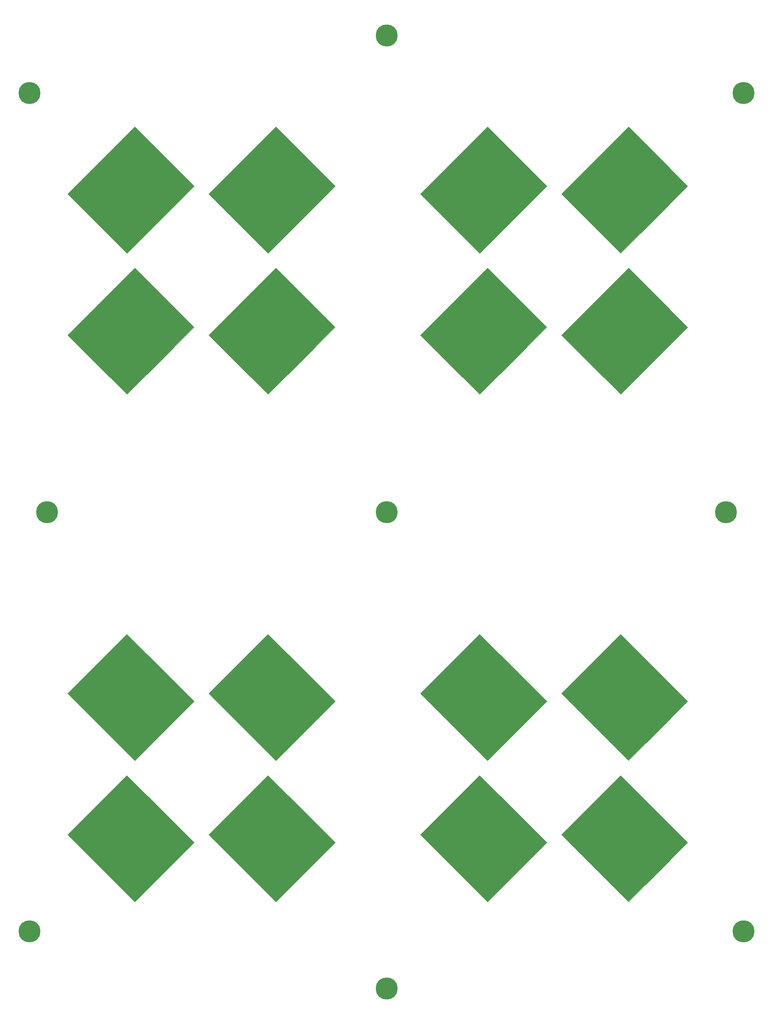
<source format=gbr>
%TF.GenerationSoftware,KiCad,Pcbnew,5.99.0-unknown-283d176cdc~117~ubuntu20.04.1*%
%TF.CreationDate,2021-02-27T14:38:48-06:00*%
%TF.ProjectId,Patches,50617463-6865-4732-9e6b-696361645f70,rev?*%
%TF.SameCoordinates,Original*%
%TF.FileFunction,Copper,L1,Top*%
%TF.FilePolarity,Positive*%
%FSLAX46Y46*%
G04 Gerber Fmt 4.6, Leading zero omitted, Abs format (unit mm)*
G04 Created by KiCad (PCBNEW 5.99.0-unknown-283d176cdc~117~ubuntu20.04.1) date 2021-02-27 14:38:48*
%MOMM*%
%LPD*%
G01*
G04 APERTURE LIST*
%TA.AperFunction,EtchedComponent*%
%ADD10C,0.000100*%
%TD*%
%TA.AperFunction,ComponentPad*%
%ADD11C,2.900000*%
%TD*%
%TA.AperFunction,ConnectorPad*%
%ADD12C,5.000000*%
%TD*%
G04 APERTURE END LIST*
D10*
%TO.C,REF\u002A\u002A*%
X129318912Y-187883883D02*
X115883883Y-201318912D01*
X115883883Y-201318912D02*
X100681088Y-186116117D01*
X100681088Y-186116117D02*
X114116117Y-172681088D01*
X114116117Y-172681088D02*
X129318912Y-187883883D01*
G36*
X129318912Y-187883883D02*
G01*
X115883883Y-201318912D01*
X100681088Y-186116117D01*
X114116117Y-172681088D01*
X129318912Y-187883883D01*
G37*
X129318912Y-155883883D02*
X115883883Y-169318912D01*
X115883883Y-169318912D02*
X100681088Y-154116117D01*
X100681088Y-154116117D02*
X114116117Y-140681088D01*
X114116117Y-140681088D02*
X129318912Y-155883883D01*
G36*
X129318912Y-155883883D02*
G01*
X115883883Y-169318912D01*
X100681088Y-154116117D01*
X114116117Y-140681088D01*
X129318912Y-155883883D01*
G37*
X66116117Y-86318912D02*
X52681088Y-72883883D01*
X52681088Y-72883883D02*
X67883883Y-57681088D01*
X67883883Y-57681088D02*
X81318912Y-71116117D01*
X81318912Y-71116117D02*
X66116117Y-86318912D01*
G36*
X66116117Y-86318912D02*
G01*
X52681088Y-72883883D01*
X67883883Y-57681088D01*
X81318912Y-71116117D01*
X66116117Y-86318912D01*
G37*
X34116117Y-86318912D02*
X20681088Y-72883883D01*
X20681088Y-72883883D02*
X35883883Y-57681088D01*
X35883883Y-57681088D02*
X49318912Y-71116117D01*
X49318912Y-71116117D02*
X34116117Y-86318912D01*
G36*
X34116117Y-86318912D02*
G01*
X20681088Y-72883883D01*
X35883883Y-57681088D01*
X49318912Y-71116117D01*
X34116117Y-86318912D01*
G37*
X34116117Y-54318912D02*
X20681088Y-40883883D01*
X20681088Y-40883883D02*
X35883883Y-25681088D01*
X35883883Y-25681088D02*
X49318912Y-39116117D01*
X49318912Y-39116117D02*
X34116117Y-54318912D01*
G36*
X34116117Y-54318912D02*
G01*
X20681088Y-40883883D01*
X35883883Y-25681088D01*
X49318912Y-39116117D01*
X34116117Y-54318912D01*
G37*
X146116117Y-86318912D02*
X132681088Y-72883883D01*
X132681088Y-72883883D02*
X147883883Y-57681088D01*
X147883883Y-57681088D02*
X161318912Y-71116117D01*
X161318912Y-71116117D02*
X146116117Y-86318912D01*
G36*
X146116117Y-86318912D02*
G01*
X132681088Y-72883883D01*
X147883883Y-57681088D01*
X161318912Y-71116117D01*
X146116117Y-86318912D01*
G37*
X81318912Y-155883883D02*
X67883883Y-169318912D01*
X67883883Y-169318912D02*
X52681088Y-154116117D01*
X52681088Y-154116117D02*
X66116117Y-140681088D01*
X66116117Y-140681088D02*
X81318912Y-155883883D01*
G36*
X81318912Y-155883883D02*
G01*
X67883883Y-169318912D01*
X52681088Y-154116117D01*
X66116117Y-140681088D01*
X81318912Y-155883883D01*
G37*
X66116117Y-54318912D02*
X52681088Y-40883883D01*
X52681088Y-40883883D02*
X67883883Y-25681088D01*
X67883883Y-25681088D02*
X81318912Y-39116117D01*
X81318912Y-39116117D02*
X66116117Y-54318912D01*
G36*
X66116117Y-54318912D02*
G01*
X52681088Y-40883883D01*
X67883883Y-25681088D01*
X81318912Y-39116117D01*
X66116117Y-54318912D01*
G37*
X81318912Y-187883883D02*
X67883883Y-201318912D01*
X67883883Y-201318912D02*
X52681088Y-186116117D01*
X52681088Y-186116117D02*
X66116117Y-172681088D01*
X66116117Y-172681088D02*
X81318912Y-187883883D01*
G36*
X81318912Y-187883883D02*
G01*
X67883883Y-201318912D01*
X52681088Y-186116117D01*
X66116117Y-172681088D01*
X81318912Y-187883883D01*
G37*
X161318912Y-187883883D02*
X147883883Y-201318912D01*
X147883883Y-201318912D02*
X132681088Y-186116117D01*
X132681088Y-186116117D02*
X146116117Y-172681088D01*
X146116117Y-172681088D02*
X161318912Y-187883883D01*
G36*
X161318912Y-187883883D02*
G01*
X147883883Y-201318912D01*
X132681088Y-186116117D01*
X146116117Y-172681088D01*
X161318912Y-187883883D01*
G37*
X49318912Y-155883883D02*
X35883883Y-169318912D01*
X35883883Y-169318912D02*
X20681088Y-154116117D01*
X20681088Y-154116117D02*
X34116117Y-140681088D01*
X34116117Y-140681088D02*
X49318912Y-155883883D01*
G36*
X49318912Y-155883883D02*
G01*
X35883883Y-169318912D01*
X20681088Y-154116117D01*
X34116117Y-140681088D01*
X49318912Y-155883883D01*
G37*
X114116117Y-86318912D02*
X100681088Y-72883883D01*
X100681088Y-72883883D02*
X115883883Y-57681088D01*
X115883883Y-57681088D02*
X129318912Y-71116117D01*
X129318912Y-71116117D02*
X114116117Y-86318912D01*
G36*
X114116117Y-86318912D02*
G01*
X100681088Y-72883883D01*
X115883883Y-57681088D01*
X129318912Y-71116117D01*
X114116117Y-86318912D01*
G37*
X146116117Y-54318912D02*
X132681088Y-40883883D01*
X132681088Y-40883883D02*
X147883883Y-25681088D01*
X147883883Y-25681088D02*
X161318912Y-39116117D01*
X161318912Y-39116117D02*
X146116117Y-54318912D01*
G36*
X146116117Y-54318912D02*
G01*
X132681088Y-40883883D01*
X147883883Y-25681088D01*
X161318912Y-39116117D01*
X146116117Y-54318912D01*
G37*
X114116117Y-54318912D02*
X100681088Y-40883883D01*
X100681088Y-40883883D02*
X115883883Y-25681088D01*
X115883883Y-25681088D02*
X129318912Y-39116117D01*
X129318912Y-39116117D02*
X114116117Y-54318912D01*
G36*
X114116117Y-54318912D02*
G01*
X100681088Y-40883883D01*
X115883883Y-25681088D01*
X129318912Y-39116117D01*
X114116117Y-54318912D01*
G37*
X49318912Y-187883883D02*
X35883883Y-201318912D01*
X35883883Y-201318912D02*
X20681088Y-186116117D01*
X20681088Y-186116117D02*
X34116117Y-172681088D01*
X34116117Y-172681088D02*
X49318912Y-187883883D01*
G36*
X49318912Y-187883883D02*
G01*
X35883883Y-201318912D01*
X20681088Y-186116117D01*
X34116117Y-172681088D01*
X49318912Y-187883883D01*
G37*
X161318912Y-155883883D02*
X147883883Y-169318912D01*
X147883883Y-169318912D02*
X132681088Y-154116117D01*
X132681088Y-154116117D02*
X146116117Y-140681088D01*
X146116117Y-140681088D02*
X161318912Y-155883883D01*
G36*
X161318912Y-155883883D02*
G01*
X147883883Y-169318912D01*
X132681088Y-154116117D01*
X146116117Y-140681088D01*
X161318912Y-155883883D01*
G37*
%TD*%
D11*
%TO.P,H10,1,1*%
%TO.N,N/C*%
X93000000Y-5000000D03*
D12*
X93000000Y-5000000D03*
%TD*%
D11*
%TO.P,H12,1,1*%
%TO.N,N/C*%
X170000000Y-113000000D03*
D12*
X170000000Y-113000000D03*
%TD*%
D11*
%TO.P,H11,1,1*%
%TO.N,N/C*%
X93000000Y-113000000D03*
D12*
X93000000Y-113000000D03*
%TD*%
D11*
%TO.P,H4,1,1*%
%TO.N,N/C*%
X174000000Y-208000000D03*
D12*
X174000000Y-208000000D03*
%TD*%
D11*
%TO.P,H9,1,1*%
%TO.N,N/C*%
X93000000Y-221000000D03*
D12*
X93000000Y-221000000D03*
%TD*%
D11*
%TO.P,H2,1,1*%
%TO.N,N/C*%
X174000000Y-18000000D03*
D12*
X174000000Y-18000000D03*
%TD*%
%TO.P,H3,1,1*%
%TO.N,N/C*%
X12000000Y-208000000D03*
D11*
X12000000Y-208000000D03*
%TD*%
D12*
%TO.P,H1,1,1*%
%TO.N,N/C*%
X12000000Y-18000000D03*
D11*
X12000000Y-18000000D03*
%TD*%
D12*
%TO.P,H11,1,1*%
%TO.N,N/C*%
X16000000Y-113000000D03*
D11*
X16000000Y-113000000D03*
%TD*%
M02*

</source>
